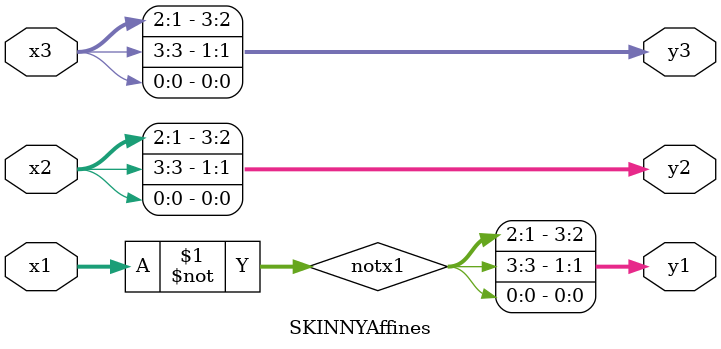
<source format=v>
/*
* -----------------------------------------------------------------
* AUTHOR  : Aein Rezaei Shahmirzadi (aein.rezaeishahmirzadi@rub.de)
* DOCUMENT: "Cryptanalysis of Efficient Masked Ciphers: Applications to Low Latency" (TCHES 2022, Issue 1)
* -----------------------------------------------------------------
*
* Copyright (c) 2021, Aein Rezaei Shahmirzadi
*
* All rights reserved.
*
* THIS SOFTWARE IS PROVIDED BY THE COPYRIGHT HOLDERS AND CONTRIBUTORS "AS IS" AND
* ANY EXPRESS OR IMPLIED WARRANTIES, INCLUDING, BUT NOT LIMITED TO, THE IMPLIED
* WARRANTIES OF MERCHANTABILITY AND FITNESS FOR A PARTICULAR PURPOSE ARE
* DISCLAIMED. IN NO EVENT SHALL THE COPYRIGHT HOLDER OR CONTRIBUTERS BE LIABLE FOR ANY
* DIRECT, INDIRECT, INCIDENTAL, SPECIAL, EXEMPLARY, OR CONSEQUENTIAL DAMAGES
* (INCLUDING, BUT NOT LIMITED TO, PROCUREMENT OF SUBSTITUTE GOODS OR SERVICES;
* LOSS OF USE, DATA, OR PROFITS; OR BUSINESS INTERRUPTION) HOWEVER CAUSED AND
* ON ANY THEORY OF LIABILITY, WHETHER IN CONTRACT, STRICT LIABILITY, OR TORT
* (INCLUDING NEGLIGENCE OR OTHERWISE) ARISING IN ANY WAY OUT OF THE USE OF THIS
* SOFTWARE, EVEN IF ADVISED OF THE POSSIBILITY OF SUCH DAMAGE.
*
* Please see LICENSE and README for license and further instructions.
*/

module SKINNYAffines(
    input [3:0] x1,
    input [3:0] x2,
    input [3:0] x3,
    output [3:0] y1,
    output [3:0] y2,
    output [3:0] y3
    );

	parameter num = 1;
	
	wire [3:0] notx1;
	assign notx1 = ~x1;
	
	generate
		//input affine
		if(num == 1) begin
			assign y1 = {notx1[2],notx1[1],notx1[3],notx1[0]};
			assign y2 = {x2[2],x2[1],x2[3],x2[0]};
			assign y3 = {x3[2],x3[1],x3[3],x3[0]};
		end
		//output affine
		if(num == 2) begin
			assign y1 = {notx1[3],notx1[2],notx1[0],notx1[1]};
			assign y2 = {x2[3],x2[2],x2[0],x2[1]};
			assign y3 = {x3[3],x3[2],x3[0],x3[1]};
		end
		//middle affine
		if(num == 3) begin
			assign y1 = {x1[0],x1[1],x1[2],x1[3]};
			assign y2 = {x2[0],x2[1],x2[2],x2[3]};
			assign y3 = {x3[0],x3[1],x3[2],x3[3]};
		end
   endgenerate

endmodule

</source>
